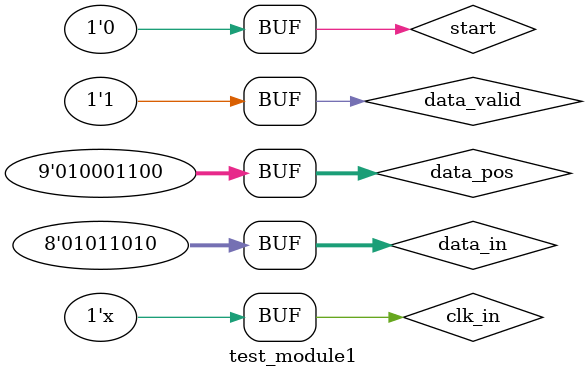
<source format=v>
`timescale 1ns / 1ps


module test_module1;

	// Inputs
	reg clk_in;
	reg start;
	reg data_valid;
	reg [7:0] data_in;
	reg [8:0] data_pos;

	// Outputs
	wire [8:0] max_pos;
	wire [7:0] max_value;

	// Instantiate the Unit Under Test (UUT)
	max_finder uut (
		.clk_in(clk_in), 
		.start(start), 
		.data_valid(data_valid), 
		.data_in(data_in), 
		.data_pos(data_pos), 
		.max_pos(max_pos), 
		.max_value(max_value)
	);
	
	always
    #10 clk_in = ~clk_in;

	initial begin
		// Initialize Inputs
		clk_in = 0;
		start = 0;
		data_valid = 0;
		data_in = 0;
		data_pos = 0;

		// Wait 100 ns for global reset to finish
		#100;
		start = 1;
		#60;
		start = 0;
		#60;
		data_valid = 1;
		#300;
			data_in = 'd100;
			data_pos = 'd123;
		#60;
        	data_in = 'd110;
			data_pos = 'd130;
		#60;
        	data_in = 'd90;
			data_pos = 'd140;

	end
      
endmodule


</source>
